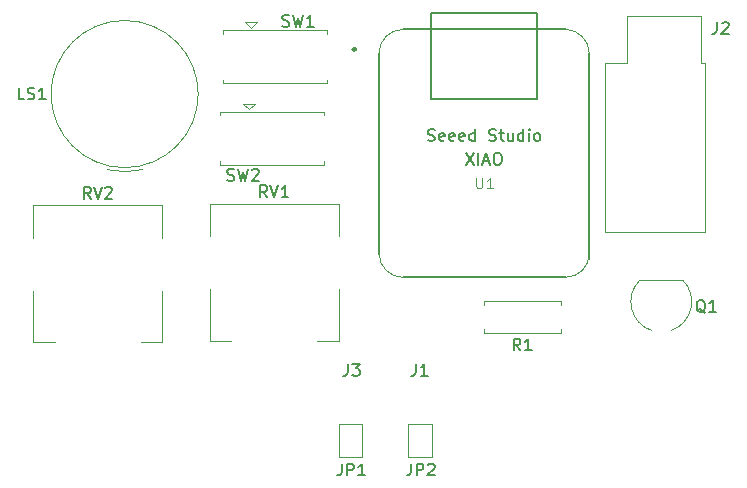
<source format=gbr>
%TF.GenerationSoftware,KiCad,Pcbnew,8.0.5*%
%TF.CreationDate,2025-07-21T17:19:06-07:00*%
%TF.ProjectId,Penguin_Paddle,50656e67-7569-46e5-9f50-6164646c652e, 4*%
%TF.SameCoordinates,Original*%
%TF.FileFunction,Legend,Top*%
%TF.FilePolarity,Positive*%
%FSLAX46Y46*%
G04 Gerber Fmt 4.6, Leading zero omitted, Abs format (unit mm)*
G04 Created by KiCad (PCBNEW 8.0.5) date 2025-07-21 17:19:06*
%MOMM*%
%LPD*%
G01*
G04 APERTURE LIST*
%ADD10C,0.150000*%
%ADD11C,0.101600*%
%ADD12C,0.120000*%
%ADD13C,0.127000*%
%ADD14C,0.254000*%
%ADD15C,0.025400*%
G04 APERTURE END LIST*
D10*
X221076666Y-110934819D02*
X221076666Y-111649104D01*
X221076666Y-111649104D02*
X221029047Y-111791961D01*
X221029047Y-111791961D02*
X220933809Y-111887200D01*
X220933809Y-111887200D02*
X220790952Y-111934819D01*
X220790952Y-111934819D02*
X220695714Y-111934819D01*
X221457619Y-110934819D02*
X222076666Y-110934819D01*
X222076666Y-110934819D02*
X221743333Y-111315771D01*
X221743333Y-111315771D02*
X221886190Y-111315771D01*
X221886190Y-111315771D02*
X221981428Y-111363390D01*
X221981428Y-111363390D02*
X222029047Y-111411009D01*
X222029047Y-111411009D02*
X222076666Y-111506247D01*
X222076666Y-111506247D02*
X222076666Y-111744342D01*
X222076666Y-111744342D02*
X222029047Y-111839580D01*
X222029047Y-111839580D02*
X221981428Y-111887200D01*
X221981428Y-111887200D02*
X221886190Y-111934819D01*
X221886190Y-111934819D02*
X221600476Y-111934819D01*
X221600476Y-111934819D02*
X221505238Y-111887200D01*
X221505238Y-111887200D02*
X221457619Y-111839580D01*
X251324761Y-106610057D02*
X251229523Y-106562438D01*
X251229523Y-106562438D02*
X251134285Y-106467200D01*
X251134285Y-106467200D02*
X250991428Y-106324342D01*
X250991428Y-106324342D02*
X250896190Y-106276723D01*
X250896190Y-106276723D02*
X250800952Y-106276723D01*
X250848571Y-106514819D02*
X250753333Y-106467200D01*
X250753333Y-106467200D02*
X250658095Y-106371961D01*
X250658095Y-106371961D02*
X250610476Y-106181485D01*
X250610476Y-106181485D02*
X250610476Y-105848152D01*
X250610476Y-105848152D02*
X250658095Y-105657676D01*
X250658095Y-105657676D02*
X250753333Y-105562438D01*
X250753333Y-105562438D02*
X250848571Y-105514819D01*
X250848571Y-105514819D02*
X251039047Y-105514819D01*
X251039047Y-105514819D02*
X251134285Y-105562438D01*
X251134285Y-105562438D02*
X251229523Y-105657676D01*
X251229523Y-105657676D02*
X251277142Y-105848152D01*
X251277142Y-105848152D02*
X251277142Y-106181485D01*
X251277142Y-106181485D02*
X251229523Y-106371961D01*
X251229523Y-106371961D02*
X251134285Y-106467200D01*
X251134285Y-106467200D02*
X251039047Y-106514819D01*
X251039047Y-106514819D02*
X250848571Y-106514819D01*
X252229523Y-106514819D02*
X251658095Y-106514819D01*
X251943809Y-106514819D02*
X251943809Y-105514819D01*
X251943809Y-105514819D02*
X251848571Y-105657676D01*
X251848571Y-105657676D02*
X251753333Y-105752914D01*
X251753333Y-105752914D02*
X251658095Y-105800533D01*
X199294761Y-96939819D02*
X198961428Y-96463628D01*
X198723333Y-96939819D02*
X198723333Y-95939819D01*
X198723333Y-95939819D02*
X199104285Y-95939819D01*
X199104285Y-95939819D02*
X199199523Y-95987438D01*
X199199523Y-95987438D02*
X199247142Y-96035057D01*
X199247142Y-96035057D02*
X199294761Y-96130295D01*
X199294761Y-96130295D02*
X199294761Y-96273152D01*
X199294761Y-96273152D02*
X199247142Y-96368390D01*
X199247142Y-96368390D02*
X199199523Y-96416009D01*
X199199523Y-96416009D02*
X199104285Y-96463628D01*
X199104285Y-96463628D02*
X198723333Y-96463628D01*
X199580476Y-95939819D02*
X199913809Y-96939819D01*
X199913809Y-96939819D02*
X200247142Y-95939819D01*
X200532857Y-96035057D02*
X200580476Y-95987438D01*
X200580476Y-95987438D02*
X200675714Y-95939819D01*
X200675714Y-95939819D02*
X200913809Y-95939819D01*
X200913809Y-95939819D02*
X201009047Y-95987438D01*
X201009047Y-95987438D02*
X201056666Y-96035057D01*
X201056666Y-96035057D02*
X201104285Y-96130295D01*
X201104285Y-96130295D02*
X201104285Y-96225533D01*
X201104285Y-96225533D02*
X201056666Y-96368390D01*
X201056666Y-96368390D02*
X200485238Y-96939819D01*
X200485238Y-96939819D02*
X201104285Y-96939819D01*
X214234761Y-96809819D02*
X213901428Y-96333628D01*
X213663333Y-96809819D02*
X213663333Y-95809819D01*
X213663333Y-95809819D02*
X214044285Y-95809819D01*
X214044285Y-95809819D02*
X214139523Y-95857438D01*
X214139523Y-95857438D02*
X214187142Y-95905057D01*
X214187142Y-95905057D02*
X214234761Y-96000295D01*
X214234761Y-96000295D02*
X214234761Y-96143152D01*
X214234761Y-96143152D02*
X214187142Y-96238390D01*
X214187142Y-96238390D02*
X214139523Y-96286009D01*
X214139523Y-96286009D02*
X214044285Y-96333628D01*
X214044285Y-96333628D02*
X213663333Y-96333628D01*
X214520476Y-95809819D02*
X214853809Y-96809819D01*
X214853809Y-96809819D02*
X215187142Y-95809819D01*
X216044285Y-96809819D02*
X215472857Y-96809819D01*
X215758571Y-96809819D02*
X215758571Y-95809819D01*
X215758571Y-95809819D02*
X215663333Y-95952676D01*
X215663333Y-95952676D02*
X215568095Y-96047914D01*
X215568095Y-96047914D02*
X215472857Y-96095533D01*
X220536666Y-119374819D02*
X220536666Y-120089104D01*
X220536666Y-120089104D02*
X220489047Y-120231961D01*
X220489047Y-120231961D02*
X220393809Y-120327200D01*
X220393809Y-120327200D02*
X220250952Y-120374819D01*
X220250952Y-120374819D02*
X220155714Y-120374819D01*
X221012857Y-120374819D02*
X221012857Y-119374819D01*
X221012857Y-119374819D02*
X221393809Y-119374819D01*
X221393809Y-119374819D02*
X221489047Y-119422438D01*
X221489047Y-119422438D02*
X221536666Y-119470057D01*
X221536666Y-119470057D02*
X221584285Y-119565295D01*
X221584285Y-119565295D02*
X221584285Y-119708152D01*
X221584285Y-119708152D02*
X221536666Y-119803390D01*
X221536666Y-119803390D02*
X221489047Y-119851009D01*
X221489047Y-119851009D02*
X221393809Y-119898628D01*
X221393809Y-119898628D02*
X221012857Y-119898628D01*
X222536666Y-120374819D02*
X221965238Y-120374819D01*
X222250952Y-120374819D02*
X222250952Y-119374819D01*
X222250952Y-119374819D02*
X222155714Y-119517676D01*
X222155714Y-119517676D02*
X222060476Y-119612914D01*
X222060476Y-119612914D02*
X221965238Y-119660533D01*
D11*
X231927666Y-95156985D02*
X231927666Y-95876652D01*
X231927666Y-95876652D02*
X231970000Y-95961318D01*
X231970000Y-95961318D02*
X232012333Y-96003652D01*
X232012333Y-96003652D02*
X232097000Y-96045985D01*
X232097000Y-96045985D02*
X232266333Y-96045985D01*
X232266333Y-96045985D02*
X232351000Y-96003652D01*
X232351000Y-96003652D02*
X232393333Y-95961318D01*
X232393333Y-95961318D02*
X232435666Y-95876652D01*
X232435666Y-95876652D02*
X232435666Y-95156985D01*
X233324666Y-96045985D02*
X232816666Y-96045985D01*
X233070666Y-96045985D02*
X233070666Y-95156985D01*
X233070666Y-95156985D02*
X232985999Y-95283985D01*
X232985999Y-95283985D02*
X232901333Y-95368652D01*
X232901333Y-95368652D02*
X232816666Y-95410985D01*
D10*
X227843095Y-92007200D02*
X227985952Y-92054819D01*
X227985952Y-92054819D02*
X228224047Y-92054819D01*
X228224047Y-92054819D02*
X228319285Y-92007200D01*
X228319285Y-92007200D02*
X228366904Y-91959580D01*
X228366904Y-91959580D02*
X228414523Y-91864342D01*
X228414523Y-91864342D02*
X228414523Y-91769104D01*
X228414523Y-91769104D02*
X228366904Y-91673866D01*
X228366904Y-91673866D02*
X228319285Y-91626247D01*
X228319285Y-91626247D02*
X228224047Y-91578628D01*
X228224047Y-91578628D02*
X228033571Y-91531009D01*
X228033571Y-91531009D02*
X227938333Y-91483390D01*
X227938333Y-91483390D02*
X227890714Y-91435771D01*
X227890714Y-91435771D02*
X227843095Y-91340533D01*
X227843095Y-91340533D02*
X227843095Y-91245295D01*
X227843095Y-91245295D02*
X227890714Y-91150057D01*
X227890714Y-91150057D02*
X227938333Y-91102438D01*
X227938333Y-91102438D02*
X228033571Y-91054819D01*
X228033571Y-91054819D02*
X228271666Y-91054819D01*
X228271666Y-91054819D02*
X228414523Y-91102438D01*
X229224047Y-92007200D02*
X229128809Y-92054819D01*
X229128809Y-92054819D02*
X228938333Y-92054819D01*
X228938333Y-92054819D02*
X228843095Y-92007200D01*
X228843095Y-92007200D02*
X228795476Y-91911961D01*
X228795476Y-91911961D02*
X228795476Y-91531009D01*
X228795476Y-91531009D02*
X228843095Y-91435771D01*
X228843095Y-91435771D02*
X228938333Y-91388152D01*
X228938333Y-91388152D02*
X229128809Y-91388152D01*
X229128809Y-91388152D02*
X229224047Y-91435771D01*
X229224047Y-91435771D02*
X229271666Y-91531009D01*
X229271666Y-91531009D02*
X229271666Y-91626247D01*
X229271666Y-91626247D02*
X228795476Y-91721485D01*
X230081190Y-92007200D02*
X229985952Y-92054819D01*
X229985952Y-92054819D02*
X229795476Y-92054819D01*
X229795476Y-92054819D02*
X229700238Y-92007200D01*
X229700238Y-92007200D02*
X229652619Y-91911961D01*
X229652619Y-91911961D02*
X229652619Y-91531009D01*
X229652619Y-91531009D02*
X229700238Y-91435771D01*
X229700238Y-91435771D02*
X229795476Y-91388152D01*
X229795476Y-91388152D02*
X229985952Y-91388152D01*
X229985952Y-91388152D02*
X230081190Y-91435771D01*
X230081190Y-91435771D02*
X230128809Y-91531009D01*
X230128809Y-91531009D02*
X230128809Y-91626247D01*
X230128809Y-91626247D02*
X229652619Y-91721485D01*
X230938333Y-92007200D02*
X230843095Y-92054819D01*
X230843095Y-92054819D02*
X230652619Y-92054819D01*
X230652619Y-92054819D02*
X230557381Y-92007200D01*
X230557381Y-92007200D02*
X230509762Y-91911961D01*
X230509762Y-91911961D02*
X230509762Y-91531009D01*
X230509762Y-91531009D02*
X230557381Y-91435771D01*
X230557381Y-91435771D02*
X230652619Y-91388152D01*
X230652619Y-91388152D02*
X230843095Y-91388152D01*
X230843095Y-91388152D02*
X230938333Y-91435771D01*
X230938333Y-91435771D02*
X230985952Y-91531009D01*
X230985952Y-91531009D02*
X230985952Y-91626247D01*
X230985952Y-91626247D02*
X230509762Y-91721485D01*
X231843095Y-92054819D02*
X231843095Y-91054819D01*
X231843095Y-92007200D02*
X231747857Y-92054819D01*
X231747857Y-92054819D02*
X231557381Y-92054819D01*
X231557381Y-92054819D02*
X231462143Y-92007200D01*
X231462143Y-92007200D02*
X231414524Y-91959580D01*
X231414524Y-91959580D02*
X231366905Y-91864342D01*
X231366905Y-91864342D02*
X231366905Y-91578628D01*
X231366905Y-91578628D02*
X231414524Y-91483390D01*
X231414524Y-91483390D02*
X231462143Y-91435771D01*
X231462143Y-91435771D02*
X231557381Y-91388152D01*
X231557381Y-91388152D02*
X231747857Y-91388152D01*
X231747857Y-91388152D02*
X231843095Y-91435771D01*
X233033572Y-92007200D02*
X233176429Y-92054819D01*
X233176429Y-92054819D02*
X233414524Y-92054819D01*
X233414524Y-92054819D02*
X233509762Y-92007200D01*
X233509762Y-92007200D02*
X233557381Y-91959580D01*
X233557381Y-91959580D02*
X233605000Y-91864342D01*
X233605000Y-91864342D02*
X233605000Y-91769104D01*
X233605000Y-91769104D02*
X233557381Y-91673866D01*
X233557381Y-91673866D02*
X233509762Y-91626247D01*
X233509762Y-91626247D02*
X233414524Y-91578628D01*
X233414524Y-91578628D02*
X233224048Y-91531009D01*
X233224048Y-91531009D02*
X233128810Y-91483390D01*
X233128810Y-91483390D02*
X233081191Y-91435771D01*
X233081191Y-91435771D02*
X233033572Y-91340533D01*
X233033572Y-91340533D02*
X233033572Y-91245295D01*
X233033572Y-91245295D02*
X233081191Y-91150057D01*
X233081191Y-91150057D02*
X233128810Y-91102438D01*
X233128810Y-91102438D02*
X233224048Y-91054819D01*
X233224048Y-91054819D02*
X233462143Y-91054819D01*
X233462143Y-91054819D02*
X233605000Y-91102438D01*
X233890715Y-91388152D02*
X234271667Y-91388152D01*
X234033572Y-91054819D02*
X234033572Y-91911961D01*
X234033572Y-91911961D02*
X234081191Y-92007200D01*
X234081191Y-92007200D02*
X234176429Y-92054819D01*
X234176429Y-92054819D02*
X234271667Y-92054819D01*
X235033572Y-91388152D02*
X235033572Y-92054819D01*
X234605001Y-91388152D02*
X234605001Y-91911961D01*
X234605001Y-91911961D02*
X234652620Y-92007200D01*
X234652620Y-92007200D02*
X234747858Y-92054819D01*
X234747858Y-92054819D02*
X234890715Y-92054819D01*
X234890715Y-92054819D02*
X234985953Y-92007200D01*
X234985953Y-92007200D02*
X235033572Y-91959580D01*
X235938334Y-92054819D02*
X235938334Y-91054819D01*
X235938334Y-92007200D02*
X235843096Y-92054819D01*
X235843096Y-92054819D02*
X235652620Y-92054819D01*
X235652620Y-92054819D02*
X235557382Y-92007200D01*
X235557382Y-92007200D02*
X235509763Y-91959580D01*
X235509763Y-91959580D02*
X235462144Y-91864342D01*
X235462144Y-91864342D02*
X235462144Y-91578628D01*
X235462144Y-91578628D02*
X235509763Y-91483390D01*
X235509763Y-91483390D02*
X235557382Y-91435771D01*
X235557382Y-91435771D02*
X235652620Y-91388152D01*
X235652620Y-91388152D02*
X235843096Y-91388152D01*
X235843096Y-91388152D02*
X235938334Y-91435771D01*
X236414525Y-92054819D02*
X236414525Y-91388152D01*
X236414525Y-91054819D02*
X236366906Y-91102438D01*
X236366906Y-91102438D02*
X236414525Y-91150057D01*
X236414525Y-91150057D02*
X236462144Y-91102438D01*
X236462144Y-91102438D02*
X236414525Y-91054819D01*
X236414525Y-91054819D02*
X236414525Y-91150057D01*
X237033572Y-92054819D02*
X236938334Y-92007200D01*
X236938334Y-92007200D02*
X236890715Y-91959580D01*
X236890715Y-91959580D02*
X236843096Y-91864342D01*
X236843096Y-91864342D02*
X236843096Y-91578628D01*
X236843096Y-91578628D02*
X236890715Y-91483390D01*
X236890715Y-91483390D02*
X236938334Y-91435771D01*
X236938334Y-91435771D02*
X237033572Y-91388152D01*
X237033572Y-91388152D02*
X237176429Y-91388152D01*
X237176429Y-91388152D02*
X237271667Y-91435771D01*
X237271667Y-91435771D02*
X237319286Y-91483390D01*
X237319286Y-91483390D02*
X237366905Y-91578628D01*
X237366905Y-91578628D02*
X237366905Y-91864342D01*
X237366905Y-91864342D02*
X237319286Y-91959580D01*
X237319286Y-91959580D02*
X237271667Y-92007200D01*
X237271667Y-92007200D02*
X237176429Y-92054819D01*
X237176429Y-92054819D02*
X237033572Y-92054819D01*
X231081191Y-93054818D02*
X231747857Y-94054818D01*
X231747857Y-93054818D02*
X231081191Y-94054818D01*
X232128810Y-94054818D02*
X232128810Y-93054818D01*
X232557381Y-93769103D02*
X233033571Y-93769103D01*
X232462143Y-94054818D02*
X232795476Y-93054818D01*
X232795476Y-93054818D02*
X233128809Y-94054818D01*
X233652619Y-93054818D02*
X233843095Y-93054818D01*
X233843095Y-93054818D02*
X233938333Y-93102437D01*
X233938333Y-93102437D02*
X234033571Y-93197675D01*
X234033571Y-93197675D02*
X234081190Y-93388151D01*
X234081190Y-93388151D02*
X234081190Y-93721484D01*
X234081190Y-93721484D02*
X234033571Y-93911960D01*
X234033571Y-93911960D02*
X233938333Y-94007199D01*
X233938333Y-94007199D02*
X233843095Y-94054818D01*
X233843095Y-94054818D02*
X233652619Y-94054818D01*
X233652619Y-94054818D02*
X233557381Y-94007199D01*
X233557381Y-94007199D02*
X233462143Y-93911960D01*
X233462143Y-93911960D02*
X233414524Y-93721484D01*
X233414524Y-93721484D02*
X233414524Y-93388151D01*
X233414524Y-93388151D02*
X233462143Y-93197675D01*
X233462143Y-93197675D02*
X233557381Y-93102437D01*
X233557381Y-93102437D02*
X233652619Y-93054818D01*
X226416666Y-119374819D02*
X226416666Y-120089104D01*
X226416666Y-120089104D02*
X226369047Y-120231961D01*
X226369047Y-120231961D02*
X226273809Y-120327200D01*
X226273809Y-120327200D02*
X226130952Y-120374819D01*
X226130952Y-120374819D02*
X226035714Y-120374819D01*
X226892857Y-120374819D02*
X226892857Y-119374819D01*
X226892857Y-119374819D02*
X227273809Y-119374819D01*
X227273809Y-119374819D02*
X227369047Y-119422438D01*
X227369047Y-119422438D02*
X227416666Y-119470057D01*
X227416666Y-119470057D02*
X227464285Y-119565295D01*
X227464285Y-119565295D02*
X227464285Y-119708152D01*
X227464285Y-119708152D02*
X227416666Y-119803390D01*
X227416666Y-119803390D02*
X227369047Y-119851009D01*
X227369047Y-119851009D02*
X227273809Y-119898628D01*
X227273809Y-119898628D02*
X226892857Y-119898628D01*
X227845238Y-119470057D02*
X227892857Y-119422438D01*
X227892857Y-119422438D02*
X227988095Y-119374819D01*
X227988095Y-119374819D02*
X228226190Y-119374819D01*
X228226190Y-119374819D02*
X228321428Y-119422438D01*
X228321428Y-119422438D02*
X228369047Y-119470057D01*
X228369047Y-119470057D02*
X228416666Y-119565295D01*
X228416666Y-119565295D02*
X228416666Y-119660533D01*
X228416666Y-119660533D02*
X228369047Y-119803390D01*
X228369047Y-119803390D02*
X227797619Y-120374819D01*
X227797619Y-120374819D02*
X228416666Y-120374819D01*
X226836666Y-110914819D02*
X226836666Y-111629104D01*
X226836666Y-111629104D02*
X226789047Y-111771961D01*
X226789047Y-111771961D02*
X226693809Y-111867200D01*
X226693809Y-111867200D02*
X226550952Y-111914819D01*
X226550952Y-111914819D02*
X226455714Y-111914819D01*
X227836666Y-111914819D02*
X227265238Y-111914819D01*
X227550952Y-111914819D02*
X227550952Y-110914819D01*
X227550952Y-110914819D02*
X227455714Y-111057676D01*
X227455714Y-111057676D02*
X227360476Y-111152914D01*
X227360476Y-111152914D02*
X227265238Y-111200533D01*
X252316666Y-81974819D02*
X252316666Y-82689104D01*
X252316666Y-82689104D02*
X252269047Y-82831961D01*
X252269047Y-82831961D02*
X252173809Y-82927200D01*
X252173809Y-82927200D02*
X252030952Y-82974819D01*
X252030952Y-82974819D02*
X251935714Y-82974819D01*
X252745238Y-82070057D02*
X252792857Y-82022438D01*
X252792857Y-82022438D02*
X252888095Y-81974819D01*
X252888095Y-81974819D02*
X253126190Y-81974819D01*
X253126190Y-81974819D02*
X253221428Y-82022438D01*
X253221428Y-82022438D02*
X253269047Y-82070057D01*
X253269047Y-82070057D02*
X253316666Y-82165295D01*
X253316666Y-82165295D02*
X253316666Y-82260533D01*
X253316666Y-82260533D02*
X253269047Y-82403390D01*
X253269047Y-82403390D02*
X252697619Y-82974819D01*
X252697619Y-82974819D02*
X253316666Y-82974819D01*
X193677142Y-88534819D02*
X193200952Y-88534819D01*
X193200952Y-88534819D02*
X193200952Y-87534819D01*
X193962857Y-88487200D02*
X194105714Y-88534819D01*
X194105714Y-88534819D02*
X194343809Y-88534819D01*
X194343809Y-88534819D02*
X194439047Y-88487200D01*
X194439047Y-88487200D02*
X194486666Y-88439580D01*
X194486666Y-88439580D02*
X194534285Y-88344342D01*
X194534285Y-88344342D02*
X194534285Y-88249104D01*
X194534285Y-88249104D02*
X194486666Y-88153866D01*
X194486666Y-88153866D02*
X194439047Y-88106247D01*
X194439047Y-88106247D02*
X194343809Y-88058628D01*
X194343809Y-88058628D02*
X194153333Y-88011009D01*
X194153333Y-88011009D02*
X194058095Y-87963390D01*
X194058095Y-87963390D02*
X194010476Y-87915771D01*
X194010476Y-87915771D02*
X193962857Y-87820533D01*
X193962857Y-87820533D02*
X193962857Y-87725295D01*
X193962857Y-87725295D02*
X194010476Y-87630057D01*
X194010476Y-87630057D02*
X194058095Y-87582438D01*
X194058095Y-87582438D02*
X194153333Y-87534819D01*
X194153333Y-87534819D02*
X194391428Y-87534819D01*
X194391428Y-87534819D02*
X194534285Y-87582438D01*
X195486666Y-88534819D02*
X194915238Y-88534819D01*
X195200952Y-88534819D02*
X195200952Y-87534819D01*
X195200952Y-87534819D02*
X195105714Y-87677676D01*
X195105714Y-87677676D02*
X195010476Y-87772914D01*
X195010476Y-87772914D02*
X194915238Y-87820533D01*
X235673333Y-109784819D02*
X235340000Y-109308628D01*
X235101905Y-109784819D02*
X235101905Y-108784819D01*
X235101905Y-108784819D02*
X235482857Y-108784819D01*
X235482857Y-108784819D02*
X235578095Y-108832438D01*
X235578095Y-108832438D02*
X235625714Y-108880057D01*
X235625714Y-108880057D02*
X235673333Y-108975295D01*
X235673333Y-108975295D02*
X235673333Y-109118152D01*
X235673333Y-109118152D02*
X235625714Y-109213390D01*
X235625714Y-109213390D02*
X235578095Y-109261009D01*
X235578095Y-109261009D02*
X235482857Y-109308628D01*
X235482857Y-109308628D02*
X235101905Y-109308628D01*
X236625714Y-109784819D02*
X236054286Y-109784819D01*
X236340000Y-109784819D02*
X236340000Y-108784819D01*
X236340000Y-108784819D02*
X236244762Y-108927676D01*
X236244762Y-108927676D02*
X236149524Y-109022914D01*
X236149524Y-109022914D02*
X236054286Y-109070533D01*
X210869167Y-95367200D02*
X211012024Y-95414819D01*
X211012024Y-95414819D02*
X211250119Y-95414819D01*
X211250119Y-95414819D02*
X211345357Y-95367200D01*
X211345357Y-95367200D02*
X211392976Y-95319580D01*
X211392976Y-95319580D02*
X211440595Y-95224342D01*
X211440595Y-95224342D02*
X211440595Y-95129104D01*
X211440595Y-95129104D02*
X211392976Y-95033866D01*
X211392976Y-95033866D02*
X211345357Y-94986247D01*
X211345357Y-94986247D02*
X211250119Y-94938628D01*
X211250119Y-94938628D02*
X211059643Y-94891009D01*
X211059643Y-94891009D02*
X210964405Y-94843390D01*
X210964405Y-94843390D02*
X210916786Y-94795771D01*
X210916786Y-94795771D02*
X210869167Y-94700533D01*
X210869167Y-94700533D02*
X210869167Y-94605295D01*
X210869167Y-94605295D02*
X210916786Y-94510057D01*
X210916786Y-94510057D02*
X210964405Y-94462438D01*
X210964405Y-94462438D02*
X211059643Y-94414819D01*
X211059643Y-94414819D02*
X211297738Y-94414819D01*
X211297738Y-94414819D02*
X211440595Y-94462438D01*
X211773929Y-94414819D02*
X212012024Y-95414819D01*
X212012024Y-95414819D02*
X212202500Y-94700533D01*
X212202500Y-94700533D02*
X212392976Y-95414819D01*
X212392976Y-95414819D02*
X212631072Y-94414819D01*
X212964405Y-94510057D02*
X213012024Y-94462438D01*
X213012024Y-94462438D02*
X213107262Y-94414819D01*
X213107262Y-94414819D02*
X213345357Y-94414819D01*
X213345357Y-94414819D02*
X213440595Y-94462438D01*
X213440595Y-94462438D02*
X213488214Y-94510057D01*
X213488214Y-94510057D02*
X213535833Y-94605295D01*
X213535833Y-94605295D02*
X213535833Y-94700533D01*
X213535833Y-94700533D02*
X213488214Y-94843390D01*
X213488214Y-94843390D02*
X212916786Y-95414819D01*
X212916786Y-95414819D02*
X213535833Y-95414819D01*
X215526667Y-82327200D02*
X215669524Y-82374819D01*
X215669524Y-82374819D02*
X215907619Y-82374819D01*
X215907619Y-82374819D02*
X216002857Y-82327200D01*
X216002857Y-82327200D02*
X216050476Y-82279580D01*
X216050476Y-82279580D02*
X216098095Y-82184342D01*
X216098095Y-82184342D02*
X216098095Y-82089104D01*
X216098095Y-82089104D02*
X216050476Y-81993866D01*
X216050476Y-81993866D02*
X216002857Y-81946247D01*
X216002857Y-81946247D02*
X215907619Y-81898628D01*
X215907619Y-81898628D02*
X215717143Y-81851009D01*
X215717143Y-81851009D02*
X215621905Y-81803390D01*
X215621905Y-81803390D02*
X215574286Y-81755771D01*
X215574286Y-81755771D02*
X215526667Y-81660533D01*
X215526667Y-81660533D02*
X215526667Y-81565295D01*
X215526667Y-81565295D02*
X215574286Y-81470057D01*
X215574286Y-81470057D02*
X215621905Y-81422438D01*
X215621905Y-81422438D02*
X215717143Y-81374819D01*
X215717143Y-81374819D02*
X215955238Y-81374819D01*
X215955238Y-81374819D02*
X216098095Y-81422438D01*
X216431429Y-81374819D02*
X216669524Y-82374819D01*
X216669524Y-82374819D02*
X216860000Y-81660533D01*
X216860000Y-81660533D02*
X217050476Y-82374819D01*
X217050476Y-82374819D02*
X217288572Y-81374819D01*
X218193333Y-82374819D02*
X217621905Y-82374819D01*
X217907619Y-82374819D02*
X217907619Y-81374819D01*
X217907619Y-81374819D02*
X217812381Y-81517676D01*
X217812381Y-81517676D02*
X217717143Y-81612914D01*
X217717143Y-81612914D02*
X217621905Y-81660533D01*
D12*
%TO.C,Q1*%
X249400000Y-103810000D02*
X245800000Y-103810000D01*
X246820000Y-108110000D02*
G75*
G02*
X245791555Y-103832316I780000J2450000D01*
G01*
X249411453Y-103817844D02*
G75*
G02*
X248420000Y-108110000I-1811453J-1842156D01*
G01*
%TO.C,RV2*%
X194420000Y-97515000D02*
X194420000Y-100235000D01*
X194420000Y-104735000D02*
X194420000Y-109105000D01*
X196240000Y-109105000D02*
X194420000Y-109105000D01*
X205360000Y-97515000D02*
X194420000Y-97515000D01*
X205360000Y-97515000D02*
X205360000Y-100235000D01*
X205360000Y-104735000D02*
X205360000Y-109105000D01*
X205360000Y-109105000D02*
X203540000Y-109105000D01*
%TO.C,RV1*%
X209360000Y-97385000D02*
X209360000Y-100105000D01*
X209360000Y-104605000D02*
X209360000Y-108975000D01*
X211180000Y-108975000D02*
X209360000Y-108975000D01*
X220300000Y-97385000D02*
X209360000Y-97385000D01*
X220300000Y-97385000D02*
X220300000Y-100105000D01*
X220300000Y-104605000D02*
X220300000Y-108975000D01*
X220300000Y-108975000D02*
X218480000Y-108975000D01*
%TO.C,JP1*%
X220290000Y-115990000D02*
X222290000Y-115990000D01*
X220290000Y-118790000D02*
X220290000Y-115990000D01*
X222290000Y-115990000D02*
X222290000Y-118790000D01*
X222290000Y-118790000D02*
X220290000Y-118790000D01*
D13*
%TO.C,U1*%
X223705000Y-84600000D02*
X223705000Y-101600000D01*
X225705000Y-103600000D02*
X239505000Y-103600000D01*
X228105000Y-81175970D02*
X237105000Y-81175970D01*
X228105000Y-88529270D02*
X228105000Y-81175970D01*
X237105000Y-81175970D02*
X237105000Y-88529270D01*
X237105000Y-88529270D02*
X228105000Y-88529270D01*
X239505000Y-82600910D02*
X225705000Y-82600910D01*
X241505000Y-101600000D02*
X241505000Y-84600000D01*
D12*
X223705000Y-84600000D02*
G75*
G02*
X225705000Y-82600000I2044612J-44612D01*
G01*
X225705000Y-103600000D02*
G75*
G02*
X223705000Y-101600000I44857J2044857D01*
G01*
X239505000Y-82600000D02*
G75*
G02*
X241505000Y-84600000I-44600J-2044600D01*
G01*
X241505000Y-101600000D02*
G75*
G02*
X239505000Y-103600000I-2000000J0D01*
G01*
D14*
X221732000Y-84300000D02*
G75*
G02*
X221478000Y-84300000I-127000J0D01*
G01*
X221478000Y-84300000D02*
G75*
G02*
X221732000Y-84300000I127000J0D01*
G01*
D15*
X223717285Y-84538295D02*
X223720333Y-84489527D01*
X223724396Y-84440506D01*
X223717285Y-84538295D01*
X241492713Y-101670850D02*
X241489665Y-101719618D01*
X241485601Y-101768639D01*
X241480268Y-101817407D01*
X241473664Y-101866175D01*
X241466044Y-101914690D01*
X241457152Y-101962950D01*
X241447248Y-102010955D01*
X241494492Y-101621574D01*
X241492713Y-101670850D01*
D12*
%TO.C,JP2*%
X226180000Y-116000000D02*
X228180000Y-116000000D01*
X226180000Y-118800000D02*
X226180000Y-116000000D01*
X228180000Y-116000000D02*
X228180000Y-118800000D01*
X228180000Y-118800000D02*
X226180000Y-118800000D01*
%TO.C,J2*%
X242840000Y-85480000D02*
X244740000Y-85480000D01*
X242840000Y-99720000D02*
X242840000Y-85480000D01*
X244740000Y-81480000D02*
X250980000Y-81480000D01*
X244740000Y-85480000D02*
X244740000Y-81480000D01*
X250980000Y-81480000D02*
X250980000Y-85480000D01*
X250980000Y-85480000D02*
X251280000Y-85480000D01*
X251280000Y-85480000D02*
X251280000Y-99720000D01*
X251280000Y-99720000D02*
X242840000Y-99720000D01*
%TO.C,LS1*%
X203669999Y-94480000D02*
G75*
G02*
X200670000Y-94480000I-1499999J6400000D01*
G01*
X208400000Y-88080000D02*
G75*
G02*
X195940000Y-88080000I-6230000J0D01*
G01*
X195940000Y-88080000D02*
G75*
G02*
X208400000Y-88080000I6230000J0D01*
G01*
%TO.C,R1*%
X232570000Y-105590000D02*
X232570000Y-105920000D01*
X232570000Y-108330000D02*
X232570000Y-108000000D01*
X239110000Y-105590000D02*
X232570000Y-105590000D01*
X239110000Y-105920000D02*
X239110000Y-105590000D01*
X239110000Y-108000000D02*
X239110000Y-108330000D01*
X239110000Y-108330000D02*
X232570000Y-108330000D01*
%TO.C,SW2*%
X210270000Y-89580000D02*
X219090000Y-89580000D01*
X210270000Y-89890000D02*
X210270000Y-89580000D01*
X210270000Y-94100000D02*
X210270000Y-93790000D01*
X212180000Y-88880000D02*
X212680000Y-89380000D01*
X212680000Y-89380000D02*
X213180000Y-88880000D01*
X213180000Y-88880000D02*
X212180000Y-88880000D01*
X219090000Y-89580000D02*
X219090000Y-89890000D01*
X219090000Y-94100000D02*
X210270000Y-94100000D01*
X219090000Y-94100000D02*
X219090000Y-93790000D01*
%TO.C,SW1*%
X210460000Y-82650000D02*
X219280000Y-82650000D01*
X210460000Y-82960000D02*
X210460000Y-82650000D01*
X210460000Y-87170000D02*
X210460000Y-86860000D01*
X212370000Y-81950000D02*
X212870000Y-82450000D01*
X212870000Y-82450000D02*
X213370000Y-81950000D01*
X213370000Y-81950000D02*
X212370000Y-81950000D01*
X219280000Y-82650000D02*
X219280000Y-82960000D01*
X219280000Y-87170000D02*
X210460000Y-87170000D01*
X219280000Y-87170000D02*
X219280000Y-86860000D01*
%TD*%
M02*

</source>
